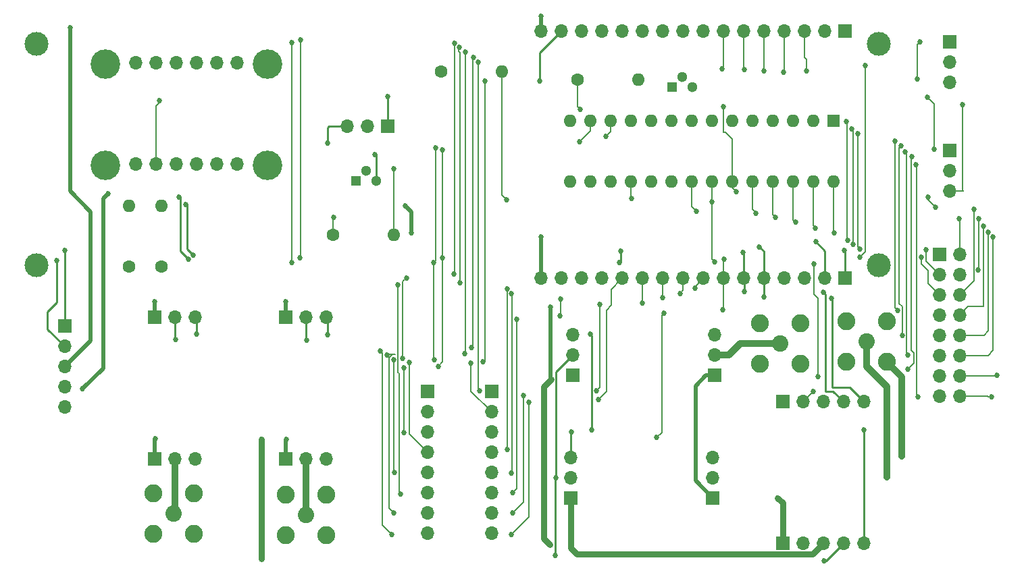
<source format=gtl>
G04 #@! TF.GenerationSoftware,KiCad,Pcbnew,8.0.6*
G04 #@! TF.CreationDate,2025-04-04T16:39:19-04:00*
G04 #@! TF.ProjectId,Sea Wall Schematic 3,53656120-5761-46c6-9c20-536368656d61,rev?*
G04 #@! TF.SameCoordinates,Original*
G04 #@! TF.FileFunction,Copper,L1,Top*
G04 #@! TF.FilePolarity,Positive*
%FSLAX46Y46*%
G04 Gerber Fmt 4.6, Leading zero omitted, Abs format (unit mm)*
G04 Created by KiCad (PCBNEW 8.0.6) date 2025-04-04 16:39:19*
%MOMM*%
%LPD*%
G01*
G04 APERTURE LIST*
G04 #@! TA.AperFunction,ComponentPad*
%ADD10R,1.700000X1.700000*%
G04 #@! TD*
G04 #@! TA.AperFunction,ComponentPad*
%ADD11O,1.700000X1.700000*%
G04 #@! TD*
G04 #@! TA.AperFunction,ComponentPad*
%ADD12C,1.600000*%
G04 #@! TD*
G04 #@! TA.AperFunction,ComponentPad*
%ADD13O,1.600000X1.600000*%
G04 #@! TD*
G04 #@! TA.AperFunction,ComponentPad*
%ADD14R,1.300000X1.300000*%
G04 #@! TD*
G04 #@! TA.AperFunction,ComponentPad*
%ADD15C,1.300000*%
G04 #@! TD*
G04 #@! TA.AperFunction,ComponentPad*
%ADD16C,2.050000*%
G04 #@! TD*
G04 #@! TA.AperFunction,ComponentPad*
%ADD17C,2.250000*%
G04 #@! TD*
G04 #@! TA.AperFunction,ComponentPad*
%ADD18C,3.700000*%
G04 #@! TD*
G04 #@! TA.AperFunction,ComponentPad*
%ADD19R,1.600000X1.600000*%
G04 #@! TD*
G04 #@! TA.AperFunction,ComponentPad*
%ADD20C,3.000000*%
G04 #@! TD*
G04 #@! TA.AperFunction,ViaPad*
%ADD21C,0.685800*%
G04 #@! TD*
G04 #@! TA.AperFunction,Conductor*
%ADD22C,0.200000*%
G04 #@! TD*
G04 #@! TA.AperFunction,Conductor*
%ADD23C,0.254000*%
G04 #@! TD*
G04 #@! TA.AperFunction,Conductor*
%ADD24C,0.508000*%
G04 #@! TD*
G04 #@! TA.AperFunction,Conductor*
%ADD25C,0.762000*%
G04 #@! TD*
G04 #@! TA.AperFunction,Conductor*
%ADD26C,0.887400*%
G04 #@! TD*
G04 #@! TA.AperFunction,Conductor*
%ADD27C,0.156500*%
G04 #@! TD*
G04 APERTURE END LIST*
D10*
X98925000Y-107820000D03*
D11*
X98925000Y-110360000D03*
X98925000Y-112900000D03*
X98925000Y-115440000D03*
X98925000Y-117980000D03*
D12*
X163215000Y-76875000D03*
D13*
X170835000Y-76875000D03*
D14*
X175110000Y-77850000D03*
D15*
X176380000Y-76580000D03*
X177650000Y-77850000D03*
D12*
X146090000Y-75875000D03*
D13*
X153710000Y-75875000D03*
D16*
X199410000Y-109765000D03*
D17*
X201950000Y-112305000D03*
X201950000Y-107225000D03*
X196870000Y-112305000D03*
X196870000Y-107225000D03*
D10*
X209850000Y-72135000D03*
D11*
X209850000Y-74675000D03*
X209850000Y-77215000D03*
D16*
X112601000Y-131370000D03*
D17*
X110061000Y-133910000D03*
X115141000Y-133910000D03*
X110061000Y-128830000D03*
X115141000Y-128830000D03*
D10*
X209850000Y-85820000D03*
D11*
X209850000Y-88360000D03*
X209850000Y-90900000D03*
D10*
X162371000Y-129348000D03*
D11*
X162371000Y-126808000D03*
X162371000Y-124268000D03*
D10*
X180151000Y-129348000D03*
D11*
X180151000Y-126808000D03*
X180151000Y-124268000D03*
D18*
X124360000Y-87650000D03*
X124360000Y-74950000D03*
X104040000Y-87650000D03*
X104040000Y-74950000D03*
D11*
X120546000Y-74746000D03*
X118006000Y-74746000D03*
X115466000Y-74746000D03*
X112926000Y-74746000D03*
X110386000Y-74746000D03*
X107846000Y-74746000D03*
X120546000Y-87446000D03*
X118006000Y-87446000D03*
X115466000Y-87446000D03*
X112926000Y-87446000D03*
X110386000Y-87446000D03*
X107846000Y-87446000D03*
D10*
X110193000Y-106681000D03*
D11*
X112733000Y-106681000D03*
X115273000Y-106681000D03*
D10*
X110193000Y-124461000D03*
D11*
X112733000Y-124461000D03*
X115273000Y-124461000D03*
D10*
X126670000Y-106670000D03*
D11*
X129210000Y-106670000D03*
X131750000Y-106670000D03*
D10*
X126670000Y-124450000D03*
D11*
X129210000Y-124450000D03*
X131750000Y-124450000D03*
D12*
X111075000Y-100350000D03*
D13*
X111075000Y-92730000D03*
D12*
X132540000Y-96400000D03*
D13*
X140160000Y-96400000D03*
D19*
X195310000Y-82025000D03*
D13*
X192770000Y-82025000D03*
X190230000Y-82025000D03*
X187690000Y-82025000D03*
X185150000Y-82025000D03*
X182610000Y-82025000D03*
X180070000Y-82025000D03*
X177530000Y-82025000D03*
X174990000Y-82025000D03*
X172450000Y-82025000D03*
X169910000Y-82025000D03*
X167370000Y-82025000D03*
X164830000Y-82025000D03*
X162290000Y-82025000D03*
X162290000Y-89645000D03*
X164830000Y-89645000D03*
X167370000Y-89645000D03*
X169910000Y-89645000D03*
X172450000Y-89645000D03*
X174990000Y-89645000D03*
X177530000Y-89645000D03*
X180070000Y-89645000D03*
X182610000Y-89645000D03*
X185150000Y-89645000D03*
X187690000Y-89645000D03*
X190230000Y-89645000D03*
X192770000Y-89645000D03*
X195310000Y-89645000D03*
D12*
X107025000Y-100350000D03*
D13*
X107025000Y-92730000D03*
D10*
X144425000Y-116025000D03*
D11*
X144425000Y-118565000D03*
X144425000Y-121105000D03*
X144425000Y-123645000D03*
X144425000Y-126185000D03*
X144425000Y-128725000D03*
X144425000Y-131265000D03*
X144425000Y-133805000D03*
D10*
X152425000Y-116025000D03*
D11*
X152425000Y-118565000D03*
X152425000Y-121105000D03*
X152425000Y-123645000D03*
X152425000Y-126185000D03*
X152425000Y-128725000D03*
X152425000Y-131265000D03*
X152425000Y-133805000D03*
D14*
X135405000Y-89585000D03*
D15*
X136675000Y-88315000D03*
X137945000Y-89585000D03*
D10*
X208560000Y-98805000D03*
D11*
X211100000Y-98805000D03*
X208560000Y-101345000D03*
X211100000Y-101345000D03*
X208560000Y-103885000D03*
X211100000Y-103885000D03*
X208560000Y-106425000D03*
X211100000Y-106425000D03*
X208560000Y-108965000D03*
X211100000Y-108965000D03*
X208560000Y-111505000D03*
X211100000Y-111505000D03*
X208560000Y-114045000D03*
X211100000Y-114045000D03*
X208560000Y-116585000D03*
X211100000Y-116585000D03*
D16*
X188610000Y-109990000D03*
D17*
X191150000Y-112530000D03*
X191150000Y-107450000D03*
X186070000Y-112530000D03*
X186070000Y-107450000D03*
D16*
X129176000Y-131495000D03*
D17*
X126636000Y-134035000D03*
X131716000Y-134035000D03*
X126636000Y-128955000D03*
X131716000Y-128955000D03*
D10*
X162610000Y-113996000D03*
D11*
X162610000Y-111456000D03*
X162610000Y-108916000D03*
D10*
X180390000Y-113996000D03*
D11*
X180390000Y-111456000D03*
X180390000Y-108916000D03*
D20*
X200972000Y-72421000D03*
X95382000Y-72421000D03*
X200972000Y-100161000D03*
X95382000Y-100161000D03*
D11*
X158650000Y-70825000D03*
X161190000Y-70825000D03*
X163730000Y-70825000D03*
X166270000Y-70825000D03*
X168810000Y-70825000D03*
X171350000Y-70825000D03*
X173890000Y-70825000D03*
X176430000Y-70825000D03*
X178970000Y-70825000D03*
X181510000Y-70825000D03*
X184050000Y-70825000D03*
X186590000Y-70825000D03*
X189130000Y-70825000D03*
X191670000Y-70825000D03*
X194210000Y-70825000D03*
D10*
X196750000Y-70825000D03*
D11*
X158650000Y-101825000D03*
X161190000Y-101825000D03*
X163730000Y-101825000D03*
X166270000Y-101825000D03*
X168810000Y-101825000D03*
X171350000Y-101825000D03*
X173890000Y-101825000D03*
X176430000Y-101825000D03*
X178970000Y-101825000D03*
X181510000Y-101825000D03*
X184050000Y-101825000D03*
X186590000Y-101825000D03*
X189130000Y-101825000D03*
X191670000Y-101825000D03*
X194210000Y-101825000D03*
D10*
X196750000Y-101825000D03*
X188915000Y-117275000D03*
D11*
X191455000Y-117275000D03*
X193995000Y-117275000D03*
X196535000Y-117275000D03*
X199075000Y-117275000D03*
D10*
X188915000Y-135055000D03*
D11*
X191455000Y-135055000D03*
X193995000Y-135055000D03*
X196535000Y-135055000D03*
X199075000Y-135055000D03*
D10*
X139450300Y-82738100D03*
D11*
X136910300Y-82738100D03*
X134370300Y-82738100D03*
D21*
X141450000Y-121200000D03*
X97975000Y-99575000D03*
X193075000Y-97221900D03*
X196675000Y-98325000D03*
X98975000Y-98300000D03*
X101175000Y-115675000D03*
X139450000Y-79000000D03*
X131850000Y-84825000D03*
X137850000Y-86250000D03*
X181575000Y-99425000D03*
X186575000Y-104175000D03*
X195025000Y-104300000D03*
X184125000Y-103450000D03*
X194025000Y-103525000D03*
X191900000Y-75825000D03*
X189050000Y-75925000D03*
X186600000Y-75825000D03*
X184100000Y-75650000D03*
X181325000Y-75550000D03*
X151600000Y-77100000D03*
X158500000Y-77100000D03*
X158625000Y-68925000D03*
X158625000Y-96625000D03*
X168475000Y-99875000D03*
X168625000Y-98375000D03*
X186000000Y-97850000D03*
X183975000Y-98555100D03*
X181450000Y-105750000D03*
X174075000Y-106200000D03*
X177950000Y-103050000D03*
X176050000Y-103713581D03*
X173890000Y-104283481D03*
X171325000Y-104944900D03*
X104375000Y-91175000D03*
X141650000Y-92700000D03*
X142400000Y-96100000D03*
X99600000Y-70350000D03*
X154950000Y-133975000D03*
X157150000Y-117400000D03*
X165850000Y-117025000D03*
X155050000Y-131250000D03*
X165596900Y-115925000D03*
X166025000Y-105075000D03*
X156400000Y-116525000D03*
X155050000Y-128750000D03*
X155600000Y-106925000D03*
X161050000Y-106500000D03*
X161100000Y-104375000D03*
X154950000Y-126275000D03*
X154944900Y-103713581D03*
X154450000Y-123325000D03*
X154375000Y-103125000D03*
X149875000Y-112450000D03*
X151400000Y-112300000D03*
X150750000Y-74700000D03*
X150900000Y-115925000D03*
X139900000Y-133975000D03*
X149925000Y-110525000D03*
X150175262Y-74125262D03*
X138525000Y-110950000D03*
X140150000Y-131225000D03*
X139375000Y-111450000D03*
X149050000Y-111275000D03*
X149200000Y-73425000D03*
X140305100Y-126150000D03*
X140155100Y-112025000D03*
X141325000Y-111875000D03*
X141000000Y-128900000D03*
X140725000Y-102600000D03*
X148500000Y-102350000D03*
X148422123Y-72869900D03*
X206175000Y-72125000D03*
X205825000Y-76800000D03*
X163525000Y-80625000D03*
X181475000Y-80300000D03*
X199250000Y-75100000D03*
X198600000Y-99125000D03*
X123575000Y-122025000D03*
X123625000Y-137025000D03*
X110325000Y-121975000D03*
X126700000Y-122025000D03*
X141450000Y-113025000D03*
X145750000Y-112850000D03*
X145250000Y-112025000D03*
X142150000Y-112375000D03*
X141825000Y-101750000D03*
X147750000Y-101300000D03*
X147775000Y-72300000D03*
X173150000Y-121800000D03*
X192850000Y-100000000D03*
X159850000Y-105425000D03*
X110200000Y-104775000D03*
X126650000Y-104750000D03*
X110775000Y-79525000D03*
X211500000Y-80000000D03*
X205850000Y-116675000D03*
X205625000Y-87550000D03*
X204600000Y-113175000D03*
X205150000Y-86575000D03*
X204625000Y-111475000D03*
X204300000Y-85950000D03*
X203900000Y-109000000D03*
X203775000Y-85200000D03*
X203350000Y-105825000D03*
X203000000Y-84575000D03*
X206330100Y-99150000D03*
X198600000Y-98142873D03*
X198326464Y-83675000D03*
X206900000Y-98250000D03*
X197569900Y-83100000D03*
X197756564Y-97572973D03*
X197075000Y-97025000D03*
X196900000Y-82125000D03*
X132625000Y-94200000D03*
X128450000Y-99278100D03*
X128475000Y-71900000D03*
X127400000Y-72200000D03*
X127425000Y-99875000D03*
X215075000Y-116675000D03*
X195400000Y-96150000D03*
X215800000Y-113975000D03*
X193050000Y-95500000D03*
X215325000Y-96625000D03*
X190525000Y-94769900D03*
X214725000Y-96000000D03*
X188050000Y-94200000D03*
X214125000Y-95275000D03*
X185600000Y-93625000D03*
X211075000Y-94369900D03*
X178125000Y-93400000D03*
X213525000Y-94325000D03*
X180050000Y-92225000D03*
X212875000Y-93125000D03*
X208100000Y-92925000D03*
X183100000Y-90950000D03*
X207174563Y-91665744D03*
X170000000Y-91775000D03*
X154350000Y-92000000D03*
X207900000Y-85650000D03*
X207075000Y-79075000D03*
X140225000Y-88075000D03*
X146300000Y-99278100D03*
X146300000Y-85700000D03*
X163450000Y-84675000D03*
X166750000Y-84025000D03*
X145425000Y-85475000D03*
X201950000Y-126800000D03*
X203850000Y-124175000D03*
X193350000Y-114155100D03*
X192750000Y-115969900D03*
X180400000Y-99750000D03*
X114425000Y-99425000D03*
X145175000Y-99875000D03*
X113300000Y-91625000D03*
X115074026Y-98935702D03*
X114150000Y-92575000D03*
X162371000Y-135650000D03*
X159875000Y-114525000D03*
X159725000Y-135200000D03*
X160525000Y-126875000D03*
X112875000Y-109525000D03*
X194100000Y-137225000D03*
X129250000Y-109550000D03*
X160450000Y-136550000D03*
X188250000Y-129350000D03*
X165000000Y-120850000D03*
X131875000Y-108900000D03*
X162425000Y-121050000D03*
X115500000Y-108825000D03*
X199106424Y-120838559D03*
X164825000Y-108825000D03*
X213444900Y-100750000D03*
D22*
X142150000Y-121370000D02*
X144425000Y-123645000D01*
X142150000Y-112375000D02*
X142150000Y-121370000D01*
D23*
X96750000Y-108185000D02*
X98925000Y-110360000D01*
X96750000Y-106050000D02*
X96750000Y-108185000D01*
X97975000Y-104825000D02*
X96750000Y-106050000D01*
X97975000Y-99575000D02*
X97975000Y-104825000D01*
X194210000Y-98356900D02*
X193075000Y-97221900D01*
X194210000Y-101825000D02*
X194210000Y-98356900D01*
X98925000Y-98350000D02*
X98925000Y-107820000D01*
X98975000Y-98300000D02*
X98925000Y-98350000D01*
X196750000Y-98400000D02*
X196675000Y-98325000D01*
X196750000Y-101825000D02*
X196750000Y-98400000D01*
D24*
X102200000Y-93475000D02*
X102200000Y-109625000D01*
X102200000Y-109625000D02*
X98925000Y-112900000D01*
X99600000Y-90875000D02*
X102200000Y-93475000D01*
X99600000Y-70350000D02*
X99600000Y-90875000D01*
X103750000Y-113100000D02*
X101175000Y-115675000D01*
X104375000Y-91175000D02*
X103750000Y-91800000D01*
X103750000Y-91800000D02*
X103750000Y-113100000D01*
D22*
X191900000Y-74325000D02*
X191670000Y-74095000D01*
X191670000Y-74095000D02*
X191670000Y-70825000D01*
X191900000Y-75825000D02*
X191900000Y-74325000D01*
X189130000Y-75845000D02*
X189130000Y-70825000D01*
X189050000Y-75925000D02*
X189130000Y-75845000D01*
X186600000Y-75825000D02*
X186590000Y-75815000D01*
X186590000Y-75815000D02*
X186590000Y-70825000D01*
X184050000Y-75600000D02*
X184050000Y-70825000D01*
X184100000Y-75650000D02*
X184050000Y-75600000D01*
X181510000Y-75365000D02*
X181510000Y-70825000D01*
X181325000Y-75550000D02*
X181510000Y-75365000D01*
D23*
X132036900Y-82738100D02*
X134370300Y-82738100D01*
X131850000Y-82925000D02*
X132036900Y-82738100D01*
X131850000Y-84825000D02*
X131850000Y-82925000D01*
X137945000Y-86345000D02*
X137945000Y-89585000D01*
X137850000Y-86250000D02*
X137945000Y-86345000D01*
X139450300Y-79000300D02*
X139450000Y-79000000D01*
X139450300Y-82738100D02*
X139450300Y-79000300D01*
D22*
X181510000Y-99490000D02*
X181510000Y-101825000D01*
X181575000Y-99425000D02*
X181510000Y-99490000D01*
X173890000Y-104283481D02*
X173890000Y-101825000D01*
X163215000Y-80315000D02*
X163215000Y-76875000D01*
X163525000Y-80625000D02*
X163215000Y-80315000D01*
X182610000Y-84360000D02*
X182610000Y-89645000D01*
X181475000Y-83525000D02*
X181775000Y-83525000D01*
X181475000Y-80300000D02*
X181475000Y-83525000D01*
X181775000Y-83525000D02*
X182610000Y-84360000D01*
D23*
X186575000Y-101840000D02*
X186590000Y-101825000D01*
X186575000Y-104175000D02*
X186575000Y-101840000D01*
X195125000Y-115525000D02*
X195125000Y-104400000D01*
X197325000Y-115525000D02*
X195125000Y-115525000D01*
X195125000Y-104400000D02*
X195025000Y-104300000D01*
X199075000Y-117275000D02*
X197325000Y-115525000D01*
X184125000Y-101900000D02*
X184050000Y-101825000D01*
X184125000Y-103450000D02*
X184125000Y-101900000D01*
X194300000Y-115975000D02*
X194300000Y-103800000D01*
X194300000Y-103800000D02*
X194025000Y-103525000D01*
X195235000Y-115975000D02*
X194300000Y-115975000D01*
X196535000Y-117275000D02*
X195235000Y-115975000D01*
D22*
X150100000Y-74200524D02*
X150100000Y-110350000D01*
X150100000Y-110350000D02*
X149925000Y-110525000D01*
X150175262Y-74125262D02*
X150100000Y-74200524D01*
X150750000Y-74700000D02*
X150750000Y-115775000D01*
X150750000Y-115775000D02*
X150900000Y-115925000D01*
X151600000Y-77100000D02*
X151600000Y-112100000D01*
D23*
X158500000Y-73515000D02*
X161190000Y-70825000D01*
X158500000Y-77100000D02*
X158500000Y-73515000D01*
D24*
X158650000Y-68950000D02*
X158625000Y-68925000D01*
X158650000Y-70825000D02*
X158650000Y-68950000D01*
X158650000Y-101825000D02*
X158650000Y-96650000D01*
X158650000Y-96650000D02*
X158625000Y-96625000D01*
D23*
X168625000Y-99725000D02*
X168475000Y-99875000D01*
X168625000Y-98375000D02*
X168625000Y-99725000D01*
X186590000Y-98440000D02*
X186000000Y-97850000D01*
X186590000Y-101825000D02*
X186590000Y-98440000D01*
X184050000Y-98630100D02*
X183975000Y-98555100D01*
X184050000Y-101825000D02*
X184050000Y-98630100D01*
X184100000Y-101825000D02*
X184300000Y-101625000D01*
X184050000Y-101825000D02*
X184100000Y-101825000D01*
D22*
X181510000Y-105690000D02*
X181510000Y-101825000D01*
X181450000Y-105750000D02*
X181510000Y-105690000D01*
X173800000Y-121150000D02*
X173800000Y-106475000D01*
X173800000Y-121150000D02*
X173150000Y-121800000D01*
X173800000Y-106475000D02*
X174075000Y-106200000D01*
X177950000Y-103050000D02*
X177950000Y-102845000D01*
X177950000Y-102845000D02*
X178970000Y-101825000D01*
X176430000Y-103333581D02*
X176430000Y-101825000D01*
X176050000Y-103713581D02*
X176430000Y-103333581D01*
X171325000Y-104944900D02*
X171325000Y-102179000D01*
X171325000Y-102179000D02*
X171350000Y-102179000D01*
X167510000Y-103125000D02*
X168559684Y-102075316D01*
X167475000Y-103125000D02*
X167510000Y-103125000D01*
X167475000Y-105200000D02*
X167475000Y-103125000D01*
X166850000Y-105825000D02*
X167475000Y-105200000D01*
D25*
X163121000Y-136400000D02*
X162371000Y-135650000D01*
X184025000Y-136400000D02*
X163121000Y-136400000D01*
X192637000Y-136413000D02*
X193995000Y-135055000D01*
X184038000Y-136413000D02*
X192637000Y-136413000D01*
X184025000Y-136400000D02*
X184038000Y-136413000D01*
X162371000Y-135650000D02*
X162371000Y-129348000D01*
X158950000Y-134425000D02*
X158950000Y-125300000D01*
X159725000Y-135200000D02*
X158950000Y-134425000D01*
X158950000Y-125300000D02*
X158950000Y-115450000D01*
X158950000Y-115450000D02*
X159875000Y-114525000D01*
D24*
X142400000Y-93450000D02*
X141650000Y-92700000D01*
X142400000Y-96100000D02*
X142400000Y-93450000D01*
D22*
X157150000Y-131775000D02*
X154950000Y-133975000D01*
X157150000Y-117400000D02*
X157150000Y-131775000D01*
X166850000Y-116025000D02*
X165850000Y-117025000D01*
X166850000Y-105825000D02*
X166850000Y-116025000D01*
X156400000Y-129900000D02*
X155050000Y-131250000D01*
X156400000Y-116525000D02*
X156400000Y-129900000D01*
X166025000Y-115496900D02*
X165596900Y-115925000D01*
X166025000Y-105075000D02*
X166025000Y-115496900D01*
X155600000Y-106925000D02*
X155600000Y-128200000D01*
X161100000Y-106450000D02*
X161050000Y-106500000D01*
X161100000Y-104375000D02*
X161100000Y-106450000D01*
X155600000Y-128200000D02*
X155050000Y-128750000D01*
X155019900Y-126205100D02*
X154950000Y-126275000D01*
X155019900Y-103788581D02*
X155019900Y-126205100D01*
X154944900Y-103713581D02*
X155019900Y-103788581D01*
X154375000Y-103125000D02*
X154375000Y-123250000D01*
X154375000Y-123250000D02*
X154450000Y-123325000D01*
X149875000Y-112450000D02*
X149875000Y-116015000D01*
X149875000Y-116015000D02*
X152425000Y-118565000D01*
X151600000Y-112100000D02*
X151400000Y-112300000D01*
X138725000Y-132800000D02*
X139900000Y-133975000D01*
X138725000Y-112300000D02*
X138725000Y-132800000D01*
X138725000Y-111150000D02*
X138725000Y-112300000D01*
X138525000Y-110950000D02*
X138725000Y-111150000D01*
X139585200Y-130660200D02*
X140150000Y-131225000D01*
X139585200Y-111788939D02*
X139585200Y-130660200D01*
X139997139Y-111377000D02*
X139585200Y-111788939D01*
X139448000Y-111377000D02*
X140313061Y-111377000D01*
X139375000Y-111450000D02*
X139448000Y-111377000D01*
X149200000Y-111125000D02*
X149050000Y-111275000D01*
X149200000Y-73425000D02*
X149200000Y-111125000D01*
X140313061Y-111377000D02*
X139997139Y-111377000D01*
X140155100Y-126000000D02*
X140305100Y-126150000D01*
X140155100Y-112025000D02*
X140155100Y-126000000D01*
X141325000Y-102250000D02*
X141325000Y-111875000D01*
X141825000Y-101750000D02*
X141325000Y-102250000D01*
X140875000Y-113750000D02*
X140875000Y-128775000D01*
X140725000Y-113600000D02*
X140875000Y-113750000D01*
X140875000Y-128775000D02*
X141000000Y-128900000D01*
X140725000Y-102600000D02*
X140725000Y-113600000D01*
X148500000Y-73500000D02*
X148500000Y-102350000D01*
X148325000Y-73325000D02*
X148500000Y-73500000D01*
X148325000Y-72967023D02*
X148325000Y-73325000D01*
X148422123Y-72869900D02*
X148325000Y-72967023D01*
X205825000Y-76800000D02*
X205825000Y-72475000D01*
X205825000Y-72475000D02*
X206175000Y-72125000D01*
X199250000Y-98475000D02*
X198600000Y-99125000D01*
X199250000Y-75100000D02*
X199250000Y-98475000D01*
D25*
X123625000Y-122075000D02*
X123575000Y-122025000D01*
X123625000Y-137025000D02*
X123625000Y-122075000D01*
D24*
X110193000Y-122107000D02*
X110325000Y-121975000D01*
X110193000Y-124461000D02*
X110193000Y-122107000D01*
X126670000Y-122055000D02*
X126700000Y-122025000D01*
X126670000Y-124450000D02*
X126670000Y-122055000D01*
D22*
X141450000Y-113025000D02*
X141450000Y-121200000D01*
X146300000Y-112300000D02*
X145750000Y-112850000D01*
X146300000Y-99278100D02*
X146300000Y-112300000D01*
X145175000Y-111950000D02*
X145250000Y-112025000D01*
X145175000Y-99875000D02*
X145175000Y-111950000D01*
X147775000Y-101275000D02*
X147750000Y-101300000D01*
X147775000Y-72300000D02*
X147775000Y-101275000D01*
X192850000Y-103825000D02*
X192850000Y-100000000D01*
X193350000Y-104325000D02*
X192850000Y-103825000D01*
X159850000Y-114500000D02*
X159875000Y-114525000D01*
D24*
X159850000Y-105425000D02*
X159850000Y-114500000D01*
D22*
X126650000Y-106650000D02*
X126670000Y-106670000D01*
D24*
X126650000Y-104750000D02*
X126650000Y-106650000D01*
D22*
X110193000Y-104782000D02*
X110200000Y-104775000D01*
D24*
X110193000Y-106681000D02*
X110193000Y-104782000D01*
D22*
X110386000Y-80164000D02*
X110386000Y-87446000D01*
X110775000Y-79775000D02*
X110386000Y-80164000D01*
X110775000Y-79525000D02*
X110775000Y-79775000D01*
X211500000Y-90800000D02*
X211500000Y-80000000D01*
X211550000Y-90850000D02*
X211500000Y-90800000D01*
X211500000Y-90900000D02*
X211550000Y-90850000D01*
X209850000Y-90900000D02*
X211500000Y-90900000D01*
X205677000Y-116502000D02*
X205850000Y-116675000D01*
X205677000Y-87602000D02*
X205677000Y-116502000D01*
X205625000Y-87550000D02*
X205677000Y-87602000D01*
X205350000Y-112425000D02*
X204600000Y-113175000D01*
X205350000Y-111200000D02*
X205350000Y-111850000D01*
X205000000Y-110850000D02*
X205350000Y-111200000D01*
X205000000Y-101325000D02*
X205000000Y-110850000D01*
X205350000Y-111850000D02*
X205350000Y-112425000D01*
X205025000Y-101300000D02*
X205000000Y-101325000D01*
X205025000Y-88350000D02*
X205025000Y-101300000D01*
X205025000Y-86700000D02*
X205025000Y-88350000D01*
X205150000Y-86575000D02*
X205025000Y-86700000D01*
X204300000Y-85950000D02*
X204469900Y-86119900D01*
X204469900Y-111319900D02*
X204625000Y-111475000D01*
X204469900Y-86119900D02*
X204469900Y-111319900D01*
X203919900Y-108980100D02*
X203900000Y-109000000D01*
X203900000Y-105375000D02*
X203919900Y-105394900D01*
X203525000Y-105000000D02*
X203900000Y-105375000D01*
X203525000Y-86200000D02*
X203525000Y-105000000D01*
X203525000Y-85450000D02*
X203525000Y-86200000D01*
X203775000Y-85200000D02*
X203525000Y-85450000D01*
X203919900Y-105394900D02*
X203919900Y-108980100D01*
X203000000Y-105475000D02*
X203350000Y-105825000D01*
X203000000Y-84575000D02*
X203000000Y-105475000D01*
X206330100Y-100030100D02*
X207150000Y-100850000D01*
X207150000Y-102475000D02*
X208560000Y-103885000D01*
X206330100Y-99150000D02*
X206330100Y-100030100D01*
X207150000Y-100850000D02*
X207150000Y-102475000D01*
X198326464Y-97869337D02*
X198600000Y-98142873D01*
X198326464Y-83675000D02*
X198326464Y-97869337D01*
X206900000Y-99685000D02*
X208560000Y-101345000D01*
X206900000Y-98250000D02*
X206900000Y-99685000D01*
X197756564Y-83286664D02*
X197756564Y-97572973D01*
X197569900Y-83100000D02*
X197756564Y-83286664D01*
X197000000Y-96950000D02*
X197075000Y-97025000D01*
X196900000Y-82125000D02*
X197000000Y-82225000D01*
X197000000Y-82225000D02*
X197000000Y-96950000D01*
X132540000Y-94285000D02*
X132625000Y-94200000D01*
X132540000Y-96400000D02*
X132540000Y-94285000D01*
D23*
X114250000Y-98111676D02*
X115074026Y-98935702D01*
X114250000Y-92675000D02*
X114250000Y-98111676D01*
X114150000Y-92575000D02*
X114250000Y-92675000D01*
X113400000Y-91725000D02*
X113400000Y-98400000D01*
X113300000Y-91625000D02*
X113400000Y-91725000D01*
X113400000Y-98400000D02*
X114425000Y-99425000D01*
D22*
X128475000Y-99253100D02*
X128450000Y-99278100D01*
X128475000Y-71900000D02*
X128475000Y-99253100D01*
X127400000Y-99850000D02*
X127425000Y-99875000D01*
X127400000Y-72200000D02*
X127400000Y-99850000D01*
X214610000Y-116585000D02*
X211100000Y-116585000D01*
X214700000Y-116675000D02*
X214610000Y-116585000D01*
X215075000Y-116675000D02*
X214700000Y-116675000D01*
X195310000Y-89645000D02*
X195310000Y-96060000D01*
X195310000Y-96060000D02*
X195400000Y-96150000D01*
X215730000Y-114045000D02*
X211100000Y-114045000D01*
X215800000Y-113975000D02*
X215730000Y-114045000D01*
X214695000Y-111505000D02*
X211100000Y-111505000D01*
X215325000Y-110875000D02*
X214695000Y-111505000D01*
X215325000Y-96625000D02*
X215325000Y-110875000D01*
X214185000Y-108965000D02*
X211100000Y-108965000D01*
X214725000Y-108425000D02*
X214185000Y-108965000D01*
X214725000Y-96000000D02*
X214725000Y-108425000D01*
X212175000Y-105350000D02*
X211100000Y-106425000D01*
X214125000Y-105350000D02*
X212175000Y-105350000D01*
X192770000Y-95220000D02*
X193050000Y-95500000D01*
X192770000Y-89645000D02*
X192770000Y-95220000D01*
X190230000Y-94474900D02*
X190525000Y-94769900D01*
X190230000Y-89645000D02*
X190230000Y-94474900D01*
X187690000Y-93840000D02*
X188050000Y-94200000D01*
X187690000Y-89645000D02*
X187690000Y-93840000D01*
X214125000Y-95275000D02*
X214125000Y-105350000D01*
X185150000Y-93175000D02*
X185600000Y-93625000D01*
X185150000Y-89645000D02*
X185150000Y-93175000D01*
X211100000Y-94394900D02*
X211100000Y-98805000D01*
X211075000Y-94369900D02*
X211100000Y-94394900D01*
X177530000Y-92805000D02*
X178125000Y-93400000D01*
X177530000Y-89645000D02*
X177530000Y-92805000D01*
X213525000Y-100669900D02*
X213444900Y-100750000D01*
X213525000Y-94325000D02*
X213525000Y-100669900D01*
X180070000Y-92205000D02*
X180070000Y-89645000D01*
X180050000Y-92225000D02*
X180070000Y-92205000D01*
X180070000Y-92245000D02*
X180050000Y-92225000D01*
X212875000Y-102110000D02*
X211100000Y-103885000D01*
X212875000Y-93125000D02*
X212875000Y-102110000D01*
X207174563Y-91999563D02*
X208100000Y-92925000D01*
X207174563Y-91665744D02*
X207174563Y-91999563D01*
X182610000Y-90460000D02*
X183100000Y-90950000D01*
X182610000Y-89645000D02*
X182610000Y-90460000D01*
X180070000Y-99420000D02*
X180070000Y-92245000D01*
X180400000Y-99750000D02*
X180070000Y-99420000D01*
X169910000Y-91685000D02*
X169910000Y-89645000D01*
X170000000Y-91775000D02*
X169910000Y-91685000D01*
X153710000Y-91360000D02*
X154350000Y-92000000D01*
X153710000Y-75875000D02*
X153710000Y-91360000D01*
X207900000Y-79900000D02*
X207900000Y-85650000D01*
X207075000Y-79075000D02*
X207900000Y-79900000D01*
X140160000Y-88140000D02*
X140225000Y-88075000D01*
X140160000Y-96400000D02*
X140160000Y-88140000D01*
X146300000Y-85700000D02*
X146300000Y-99278100D01*
X164830000Y-83295000D02*
X163450000Y-84675000D01*
X164830000Y-82025000D02*
X164830000Y-83295000D01*
X167370000Y-83405000D02*
X167370000Y-82025000D01*
X166750000Y-84025000D02*
X167370000Y-83405000D01*
X145425000Y-99625000D02*
X145175000Y-99875000D01*
X145425000Y-85475000D02*
X145425000Y-99625000D01*
D26*
X112733000Y-131238000D02*
X112601000Y-131370000D01*
X112733000Y-124461000D02*
X112733000Y-131238000D01*
X129210000Y-131461000D02*
X129176000Y-131495000D01*
X129210000Y-124450000D02*
X129210000Y-131461000D01*
D24*
X178025000Y-127222000D02*
X180151000Y-129348000D01*
X178025000Y-115311000D02*
X178025000Y-127222000D01*
X179340000Y-113996000D02*
X178025000Y-115311000D01*
X180390000Y-113996000D02*
X179340000Y-113996000D01*
D26*
X199410000Y-112835000D02*
X199410000Y-109765000D01*
X202025000Y-115450000D02*
X199410000Y-112835000D01*
X202025000Y-126275000D02*
X202025000Y-115450000D01*
X201950000Y-126350000D02*
X202025000Y-126275000D01*
X201950000Y-126800000D02*
X201950000Y-126350000D01*
X203875000Y-114230000D02*
X201950000Y-112305000D01*
X203850000Y-114925000D02*
X203875000Y-114900000D01*
X203875000Y-114900000D02*
X203875000Y-114230000D01*
X203850000Y-124175000D02*
X203850000Y-114925000D01*
X183635000Y-109990000D02*
X188610000Y-109990000D01*
X182169000Y-111456000D02*
X183635000Y-109990000D01*
X180390000Y-111456000D02*
X182169000Y-111456000D01*
D27*
X115273000Y-128698000D02*
X115141000Y-128830000D01*
X131750000Y-128921000D02*
X131716000Y-128955000D01*
D22*
X191455000Y-117275000D02*
X191455000Y-117264900D01*
X191455000Y-117264900D02*
X192750000Y-115969900D01*
X193350000Y-114155100D02*
X193350000Y-104325000D01*
D23*
X196350000Y-117460000D02*
X196535000Y-117275000D01*
X160450000Y-136550000D02*
X160450000Y-126950000D01*
X112875000Y-109525000D02*
X112733000Y-109383000D01*
X129250000Y-109550000D02*
X129210000Y-109510000D01*
X160525000Y-113541000D02*
X162610000Y-111456000D01*
X160450000Y-126950000D02*
X160525000Y-126875000D01*
X112733000Y-109383000D02*
X112733000Y-106681000D01*
X194365000Y-137225000D02*
X194100000Y-137225000D01*
X196535000Y-135055000D02*
X194365000Y-137225000D01*
X160525000Y-126875000D02*
X160525000Y-113541000D01*
X129210000Y-109510000D02*
X129210000Y-106670000D01*
D25*
X188250000Y-129350000D02*
X188915000Y-130015000D01*
X188915000Y-130015000D02*
X188915000Y-135055000D01*
D23*
X115500000Y-106908000D02*
X115273000Y-106681000D01*
X165000000Y-109000000D02*
X164825000Y-108825000D01*
X162371000Y-121104000D02*
X162371000Y-124268000D01*
X199075000Y-120869983D02*
X199106424Y-120838559D01*
X131875000Y-108900000D02*
X131875000Y-106795000D01*
X199075000Y-135055000D02*
X199075000Y-120869983D01*
X131875000Y-106795000D02*
X131750000Y-106670000D01*
X162425000Y-121050000D02*
X162371000Y-121104000D01*
X165000000Y-120850000D02*
X165000000Y-109000000D01*
X115500000Y-108825000D02*
X115500000Y-106908000D01*
M02*

</source>
